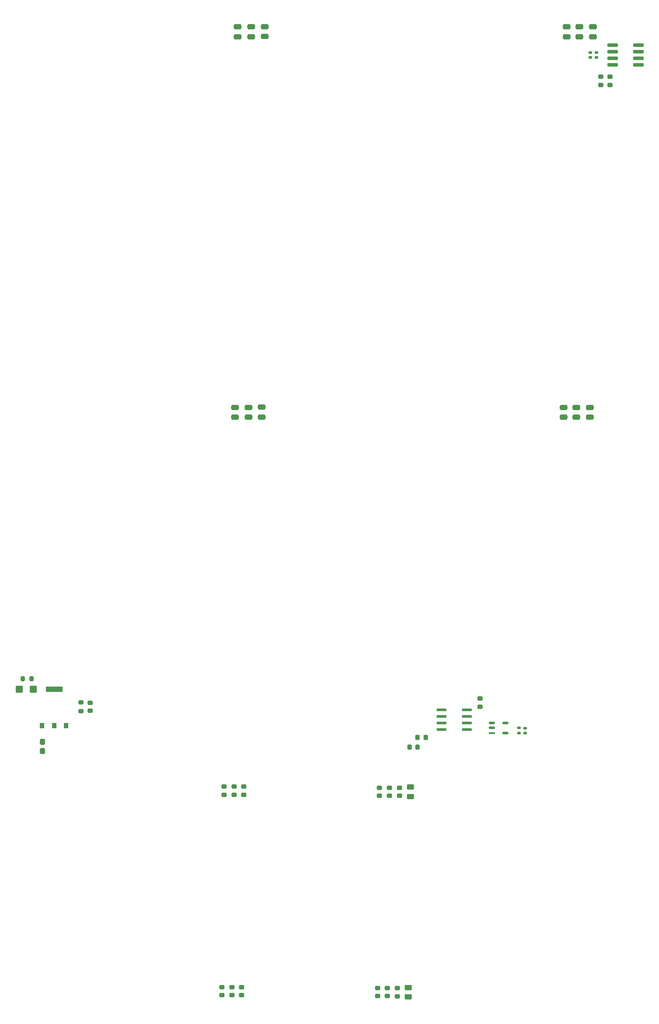
<source format=gbr>
%TF.GenerationSoftware,KiCad,Pcbnew,8.0.6*%
%TF.CreationDate,2025-06-02T15:06:51-04:00*%
%TF.ProjectId,CAEN_NEVIS_DAQ_PM5V,4341454e-5f4e-4455-9649-535f4441515f,rev?*%
%TF.SameCoordinates,Original*%
%TF.FileFunction,Paste,Bot*%
%TF.FilePolarity,Positive*%
%FSLAX46Y46*%
G04 Gerber Fmt 4.6, Leading zero omitted, Abs format (unit mm)*
G04 Created by KiCad (PCBNEW 8.0.6) date 2025-06-02 15:06:51*
%MOMM*%
%LPD*%
G01*
G04 APERTURE LIST*
G04 Aperture macros list*
%AMRoundRect*
0 Rectangle with rounded corners*
0 $1 Rounding radius*
0 $2 $3 $4 $5 $6 $7 $8 $9 X,Y pos of 4 corners*
0 Add a 4 corners polygon primitive as box body*
4,1,4,$2,$3,$4,$5,$6,$7,$8,$9,$2,$3,0*
0 Add four circle primitives for the rounded corners*
1,1,$1+$1,$2,$3*
1,1,$1+$1,$4,$5*
1,1,$1+$1,$6,$7*
1,1,$1+$1,$8,$9*
0 Add four rect primitives between the rounded corners*
20,1,$1+$1,$2,$3,$4,$5,0*
20,1,$1+$1,$4,$5,$6,$7,0*
20,1,$1+$1,$6,$7,$8,$9,0*
20,1,$1+$1,$8,$9,$2,$3,0*%
G04 Aperture macros list end*
%ADD10RoundRect,0.250000X-0.475000X0.250000X-0.475000X-0.250000X0.475000X-0.250000X0.475000X0.250000X0*%
%ADD11RoundRect,0.225000X0.250000X-0.225000X0.250000X0.225000X-0.250000X0.225000X-0.250000X-0.225000X0*%
%ADD12RoundRect,0.200000X0.275000X-0.200000X0.275000X0.200000X-0.275000X0.200000X-0.275000X-0.200000X0*%
%ADD13RoundRect,0.250000X0.450000X-0.262500X0.450000X0.262500X-0.450000X0.262500X-0.450000X-0.262500X0*%
%ADD14RoundRect,0.140000X0.170000X-0.140000X0.170000X0.140000X-0.170000X0.140000X-0.170000X-0.140000X0*%
%ADD15RoundRect,0.225000X-0.250000X0.225000X-0.250000X-0.225000X0.250000X-0.225000X0.250000X0.225000X0*%
%ADD16RoundRect,0.225000X-0.225000X-0.250000X0.225000X-0.250000X0.225000X0.250000X-0.225000X0.250000X0*%
%ADD17RoundRect,0.250000X-0.275000X0.312500X-0.275000X-0.312500X0.275000X-0.312500X0.275000X0.312500X0*%
%ADD18R,1.219200X0.457200*%
%ADD19O,1.219200X0.457200*%
%ADD20RoundRect,0.200000X0.200000X0.275000X-0.200000X0.275000X-0.200000X-0.275000X0.200000X-0.275000X0*%
%ADD21R,1.981200X0.558800*%
%ADD22RoundRect,0.075000X0.910000X0.225000X-0.910000X0.225000X-0.910000X-0.225000X0.910000X-0.225000X0*%
%ADD23RoundRect,0.250000X0.450000X0.425000X-0.450000X0.425000X-0.450000X-0.425000X0.450000X-0.425000X0*%
%ADD24R,0.889000X1.016000*%
%ADD25R,3.200000X1.000000*%
G04 APERTURE END LIST*
D10*
%TO.C,C20*%
X185905000Y-133360000D03*
X185905000Y-135260000D03*
%TD*%
D11*
%TO.C,C32*%
X185755000Y-208195000D03*
X185755000Y-206645000D03*
%TD*%
%TO.C,C33*%
X187655000Y-208195000D03*
X187655000Y-206645000D03*
%TD*%
D12*
%TO.C,R5*%
X156110000Y-192055000D03*
X156110000Y-190405000D03*
%TD*%
D11*
%TO.C,C35*%
X215845000Y-208410000D03*
X215845000Y-206860000D03*
%TD*%
D13*
%TO.C,R13*%
X219496250Y-247292499D03*
X219496250Y-245467499D03*
%TD*%
D10*
%TO.C,C22*%
X191135000Y-133340000D03*
X191135000Y-135240000D03*
%TD*%
D14*
%TO.C,C49*%
X255880000Y-65740000D03*
X255880000Y-64780000D03*
%TD*%
D11*
%TO.C,C34*%
X213915000Y-208405000D03*
X213915000Y-206855000D03*
%TD*%
D15*
%TO.C,C53*%
X258540000Y-69495000D03*
X258540000Y-71045000D03*
%TD*%
D10*
%TO.C,C25*%
X254615000Y-133350000D03*
X254615000Y-135250000D03*
%TD*%
%TO.C,C21*%
X188555000Y-133360000D03*
X188555000Y-135260000D03*
%TD*%
%TO.C,C15*%
X255175000Y-59827500D03*
X255175000Y-61727500D03*
%TD*%
D11*
%TO.C,C41*%
X185356250Y-246925001D03*
X185356250Y-245375001D03*
%TD*%
%TO.C,C40*%
X183436250Y-246925001D03*
X183436250Y-245375001D03*
%TD*%
D16*
%TO.C,C64*%
X219715000Y-198980000D03*
X221265000Y-198980000D03*
%TD*%
D10*
%TO.C,C24*%
X251995000Y-133350000D03*
X251995000Y-135250000D03*
%TD*%
D17*
%TO.C,C1*%
X148660000Y-197962500D03*
X148660000Y-199737500D03*
%TD*%
D13*
%TO.C,R12*%
X219895000Y-208562500D03*
X219895000Y-206737500D03*
%TD*%
D18*
%TO.C,U11*%
X235670000Y-196260001D03*
D19*
X235670000Y-195310000D03*
X235670000Y-194359999D03*
X238290000Y-194359999D03*
X238290000Y-196260001D03*
%TD*%
D10*
%TO.C,C11*%
X189115000Y-59837500D03*
X189115000Y-61737500D03*
%TD*%
D14*
%TO.C,C50*%
X254680000Y-65740000D03*
X254680000Y-64780000D03*
%TD*%
%TO.C,C58*%
X240860000Y-196270000D03*
X240860000Y-195310000D03*
%TD*%
D15*
%TO.C,R21*%
X256690000Y-69485000D03*
X256690000Y-71035000D03*
%TD*%
D20*
%TO.C,R6*%
X146535000Y-185780000D03*
X144885000Y-185780000D03*
%TD*%
D11*
%TO.C,C2*%
X157950000Y-192005000D03*
X157950000Y-190455000D03*
%TD*%
%TO.C,C43*%
X213516250Y-247135000D03*
X213516250Y-245585000D03*
%TD*%
%TO.C,C45*%
X217376250Y-247144999D03*
X217376250Y-245594999D03*
%TD*%
%TO.C,R25*%
X233330000Y-191185000D03*
X233330000Y-189635000D03*
%TD*%
%TO.C,C36*%
X217775000Y-208415000D03*
X217775000Y-206865000D03*
%TD*%
D21*
%TO.C,U10*%
X230823800Y-191815000D03*
X230823800Y-193085000D03*
X230823800Y-194355000D03*
X230823800Y-195625000D03*
X225896200Y-195625000D03*
X225896200Y-194355000D03*
X225896200Y-193085000D03*
X225896200Y-191815000D03*
%TD*%
D22*
%TO.C,U8*%
X263980000Y-63365000D03*
X263980000Y-64635000D03*
X263980000Y-65905000D03*
X263980000Y-67175000D03*
X259040000Y-67175000D03*
X259040000Y-65905000D03*
X259040000Y-64635000D03*
X259040000Y-63365000D03*
%TD*%
D14*
%TO.C,C57*%
X242120000Y-196290000D03*
X242120000Y-195330000D03*
%TD*%
D10*
%TO.C,C14*%
X252555000Y-59827500D03*
X252555000Y-61727500D03*
%TD*%
D23*
%TO.C,C3*%
X146917500Y-187840000D03*
X144217500Y-187840000D03*
%TD*%
D10*
%TO.C,C12*%
X191695000Y-59817500D03*
X191695000Y-61717500D03*
%TD*%
D16*
%TO.C,R37*%
X221285000Y-197160000D03*
X222835000Y-197160000D03*
%TD*%
D11*
%TO.C,C44*%
X215446250Y-247139999D03*
X215446250Y-245589999D03*
%TD*%
D10*
%TO.C,C23*%
X249565000Y-133380000D03*
X249565000Y-135280000D03*
%TD*%
%TO.C,C10*%
X186465000Y-59837500D03*
X186465000Y-61737500D03*
%TD*%
%TO.C,C13*%
X250125000Y-59857500D03*
X250125000Y-61757500D03*
%TD*%
D24*
%TO.C,U1*%
X153259900Y-194832500D03*
X150948500Y-194832500D03*
X148637100Y-194832500D03*
D25*
X150948500Y-187840000D03*
%TD*%
D11*
%TO.C,C31*%
X183835000Y-208195000D03*
X183835000Y-206645000D03*
%TD*%
%TO.C,C42*%
X187256250Y-246925001D03*
X187256250Y-245375001D03*
%TD*%
M02*

</source>
